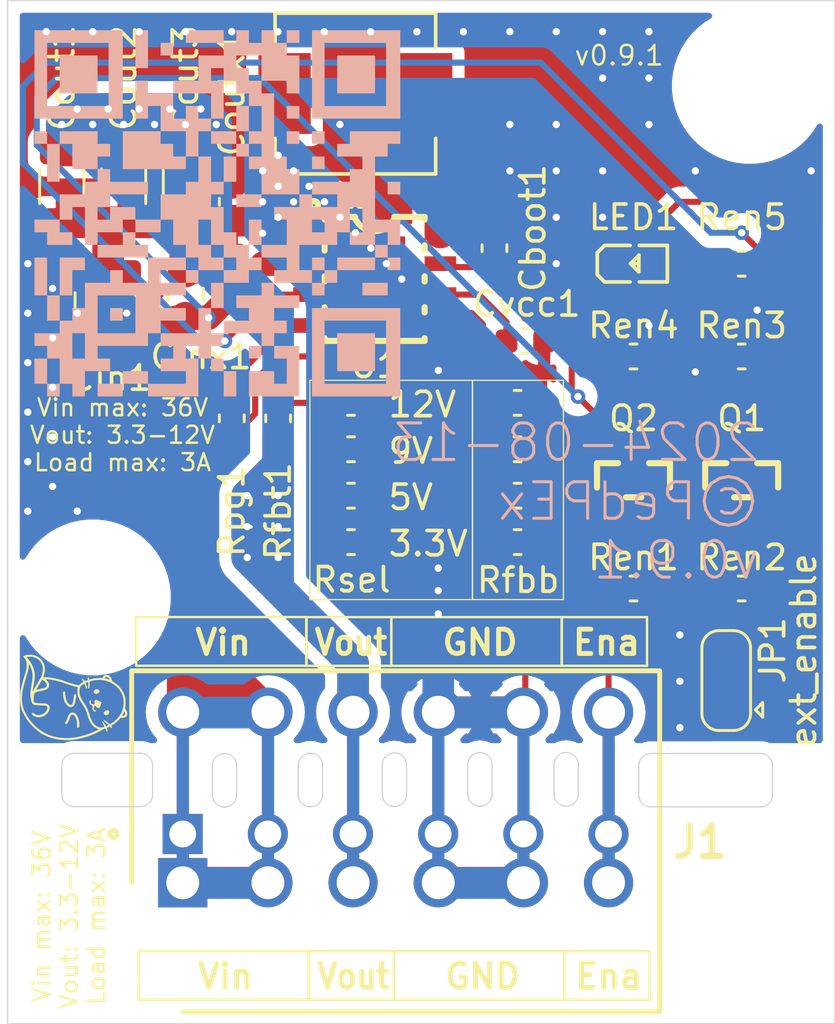
<source format=kicad_pcb>
(kicad_pcb (version 20240108) (generator "pcbnew") (generator_version "8.0")
  (title_block (date "2024-08-13") (rev "v0.9.1"))
  (layers (0 "F.Cu" signal) (31 "B.Cu" signal) (34 "B.Paste" user) (35 "F.Paste" user) (36 "B.SilkS" user "B.Silkscreen") (37 "F.SilkS" user "F.Silkscreen") (38 "B.Mask" user) (39 "F.Mask" user) (44 "Edge.Cuts" user))
  (net 0 "")
  (net 1 "Net-(U1-BOOT)")
  (net 2 "Net-(U1-SW)")
  (net 3 "GND")
  (net 4 "Vin")
  (net 5 "Net-(U1-VCC)")
  (net 6 "Net-(Rfbb_3.3V1-Pad1)")
  (net 7 "Net-(Rfbb_5V1-Pad1)")
  (net 8 "Net-(Rfbb_9V1-Pad1)")
  (net 9 "Net-(Rfbb_12V1-Pad1)")
  (net 10 "Net-(U1-FB)")
  (net 11 "Net-(U1-PG)")
  (net 12 "EN")
  (net 13 "Net-(JP1-B)")
  (net 14 "Vout")
  (net 15 "Net-(LED1-+)")
  (net 16 "Net-(Q1-Pad1)")
  (net 17 "EN_in")
  (net 18 "Net-(Q2-G)")
  (footprint "Capacitor_SMD:C_0805_2012Metric" (layer "F.Cu") (at 27.305 52.07 90)
    (property "Reference" "Cinx1")
    (property "Value" "220n" (hide yes))
  )
  (footprint "Capacitor_SMD:C_0603_1608Metric" (layer "F.Cu") (at 34.11 62.23)
    (property "Reference" "Rsel_3.3V1" (hide yes))
    (property "Value" "0" (hide yes))
  )
  (footprint "Capacitor_SMD:C_0603_1608Metric" (layer "F.Cu") (at 45.72 64.135)
    (property "Reference" "Ren1")
    (property "Value" "10k" (hide yes))
  )
  (footprint "MountingHole:MountingHole_3.2mm_M3_ISO7380" (layer "F.Cu") (at 23.5 64.5)
    (property "Reference" "REF**" (hide yes))
    (property "Value" "MountingHole_3.2mm_M3_ISO7380" (hide yes))
  )
  (footprint "Capacitor_SMD:C_0603_1608Metric" (layer "F.Cu") (at 34.11 60.325)
    (property "Reference" "Rsel_5V1" (hide yes))
    (property "Value" "0" (hide yes))
  )
  (footprint "Capacitor_SMD:C_0603_1608Metric" (layer "F.Cu") (at 50.165 54.61)
    (property "Reference" "Ren3")
    (property "Value" "100k" (hide yes))
  )
  (footprint "Jumper:SolderJumper-3_P1.3mm_Bridged12_RoundedPad1.0x1.5mm" (layer "F.Cu") (at 49.53 67.915 90)
    (property "Reference" "JP1")
    (property "Value" "ext_enable")
  )
  (footprint "Capacitor_SMD:C_0603_1608Metric" (layer "F.Cu") (at 41.275 53.975)
    (property "Reference" "Cvcc1")
    (property "Value" "1u" (hide yes))
  )
  (footprint "Capacitor_SMD:C_0603_1608Metric" (layer "F.Cu") (at 29.21 57.15 -90)
    (property "Reference" "Rpg1")
    (property "Value" "100k" (hide yes))
  )
  (footprint "MouseBites:OSHTabSlim-2mm_1" (layer "F.Cu") (at 34.195167 72)
    (property "Reference" "REF**" (hide yes))
    (property "Value" "OSHTabSlim-2mm_1" (hide yes))
  )
  (footprint "Capacitor_SMD:C_0603_1608Metric" (layer "F.Cu") (at 40.955 56.515)
    (property "Reference" "Rfbb_12V1" (hide yes))
    (property "Value" "9.09k" (hide yes))
  )
  (footprint "Capacitor_SMD:C_0603_1608Metric" (layer "F.Cu") (at 34.11 56.515)
    (property "Reference" "Rsel_12V1" (hide yes))
    (property "Value" "0" (hide yes))
  )
  (footprint "Capacitor_SMD:C_1206_3216Metric" (layer "F.Cu") (at 22.225 47.625 -90)
    (property "Reference" "Cout1")
    (property "Value" "47u" (hide yes))
  )
  (footprint "Capacitor_SMD:C_0603_1608Metric" (layer "F.Cu") (at 34.11 58.42)
    (property "Reference" "Rsel_9V1" (hide yes))
    (property "Value" "0" (hide yes))
  )
  (footprint "MouseBites:OSHTabSlim-2mm_1" (layer "F.Cu") (at 41.195167 72)
    (property "Reference" "REF**" (hide yes))
    (property "Value" "OSHTabSlim-2mm_1" (hide yes))
  )
  (footprint "MouseBites:OSHTabSlim-2mm" (layer "F.Cu") (at 52.705 72.000074 180)
    (property "Reference" "REF**" (hide yes))
    (property "Value" "OSHTabSlim-2mm" (hide yes))
  )
  (footprint "Capacitor_SMD:C_0603_1608Metric" (layer "F.Cu") (at 40.955 58.42)
    (property "Reference" "Rfbb_9V1" (hide yes))
    (property "Value" "12.4k" (hide yes))
  )
  (footprint "Capacitor_SMD:C_0603_1608Metric" (layer "F.Cu") (at 45.72 54.61)
    (property "Reference" "Ren4")
    (property "Value" "100k" (hide yes))
  )
  (footprint "Capacitor_SMD:C_0603_1608Metric" (layer "F.Cu") (at 40.955 60.325)
    (property "Reference" "Rfbb_5V1" (hide yes))
    (property "Value" "24.9k" (hide yes))
  )
  (footprint "Capacitor_SMD:C_0603_1608Metric" (layer "F.Cu") (at 50.165 64.135 180)
    (property "Reference" "Ren2")
    (property "Value" "100k" (hide yes))
  )
  (footprint "Capacitor_SMD:C_1210_3225Metric" (layer "F.Cu") (at 24.13 52.705 90)
    (property "Reference" "Cin1")
    (property "Value" "10u" (hide yes))
  )
  (footprint "Capacitor_SMD:C_0603_1608Metric" (layer "F.Cu") (at 50.165 50.8 180)
    (property "Reference" "Ren5")
    (property "Value" "2k" (hide yes))
  )
  (footprint "easyeda2kicad:SOT-23_L2.9-W1.3-P1.90-LS2.4-BR" (layer "F.Cu") (at 45.72 59.69 -90)
    (property "Reference" "Q2")
    (property "Value" "BSS84AK,215" (hide yes))
  )
  (footprint "easyeda2kicad:LED0603-RD_BLUE" (layer "F.Cu") (at 45.72 50.8)
    (property "Reference" "LED1")
    (property "Value" "LTST-C193SBKT-5A" (hide yes))
  )
  (footprint "Capacitor_SMD:C_0603_1608Metric" (layer "F.Cu") (at 31.115 57.15 90)
    (property "Reference" "Rfbt1")
    (property "Value" "100k" (hide yes))
  )
  (footprint "MouseBites:OSHTabSlim-2mm" (layer "F.Cu") (at 20.955 72.001822)
    (property "Reference" "REF**" (hide yes))
    (property "Value" "OSHTabSlim-2mm" (hide yes))
  )
  (footprint "MouseBites:OSHTabSlim-2mm_1" (layer "F.Cu") (at 44.695167 72)
    (property "Reference" "REF**" (hide yes))
    (property "Value" "OSHTabSlim-2mm_1" (hide yes))
  )
  (footprint "MountingHole:MountingHole_3.2mm_M3_ISO7380" (layer "F.Cu") (at 50.5 78.5)
    (property "Reference" "REF**" (hide yes))
    (property "Value" "MountingHole_3.2mm_M3_ISO7380" (hide yes))
  )
  (footprint "Capacitor_SMD:C_0603_1608Metric" (layer "F.Cu") (at 29.21 48.26 -90)
    (property "Reference" "Coutx1")
    (property "Value" "100n" (hide yes))
  )
  (footprint "Capacitor_SMD:C_0603_1608Metric" (layer "F.Cu") (at 40.005 50.165 -90)
    (property "Reference" "Cboot1")
    (property "Value" "100n" (hide yes))
  )
  (footprint "MouseBites:OSHTabSlim-2mm_1" (layer "F.Cu") (at 37.695167 72)
    (property "Reference" "REF**" (hide yes))
    (property "Value" "OSHTabSlim-2mm_1" (hide yes))
  )
  (footprint "MountingHole:MountingHole_3.2mm_M3_ISO7380" (layer "F.Cu") (at 50.5 43.5)
    (property "Reference" "REF**" (hide yes))
    (property "Value" "MountingHole_3.2mm_M3_ISO7380" (hide yes))
  )
  (footprint "CostumLibrary:1824460000 - LSF-SMT 3.500690 3.5SN BK TU" (layer "F.Cu") (at 27.195167 76.215)
    (property "Reference" "J1")
    (property "Value" "1824460000 - LSF-SMT 3.50/06/90 3.5SN BK TU" (hide yes))
  )
  (footprint "easyeda2kicad:ESOP-8_L4.9-W3.9-P1.27-LS6.0-TL-EP" (layer "F.Cu") (at 35.085 51.43)
    (property "Reference" "U1")
    (property "Value" "LMR33630ADDAR" (hide yes))
  )
  (footprint "Capacitor_SMD:C_1206_3216Metric" (layer "F.Cu") (at 27.305 47.625 -90)
    (property "Reference" "Cout3")
    (property "Value" "47u" (hide yes))
  )
  (footprint "MouseBites:OSHTabSlim-2mm_1" (layer "F.Cu") (at 27.195167 72)
    (property "Reference" "REF**" (hide yes))
    (property "Value" "OSHTabSlim-2mm_1" (hide yes))
  )
  (footprint "LOGO" (layer "F.Cu") (at 22.723215 68.581464)
    (property "Reference" "G***" (hide yes))
    (property "Value" "LOGO" (hide yes))
  )
  (footprint "Capacitor_SMD:C_1206_3216Metric" (layer "F.Cu") (at 24.765 47.625 -90)
    (property "Reference" "Cout2")
    (property "Value" "47u" (hide yes))
  )
  (footprint "easyeda2kicad:SOT-23_L2.9-W1.3-P1.90-LS2.4-BR" (layer "F.Cu") (at 50.165 59.69 -90)
    (property "Reference" "Q1")
    (property "Value" "PMBT3904,215" (hide yes))
  )
  (footprint "easyeda2kicad:IND-SMD_L7.1-W6.6" (layer "F.Cu") (at 34.29 43.815 180)
    (property "Reference" "L1")
    (property "Value" "SPM6530T-100M" (hide yes))
  )
  (footprint "Capacitor_SMD:C_0603_1608Metric" (layer "F.Cu") (at 40.955 62.23)
    (property "Reference" "Rfbb_3.3V1" (hide yes))
    (property "Value" "43.2k" (hide yes))
  )
  (footprint "CostumLibrary:1861975 - SPTAF 1 6-3,5-IL" (layer "F.Cu") (at 27.192307 74.213538)
    (property "Reference" "J**" (hide yes))
    (property "Value" "1861975 - SPTAF 1 6-3,5-IL" (hide yes))
  )
  (footprint "easyeda2kicad:CONN-TH_6P-P3.50_DIBO_DB127S-3.5-6P-GN" (layer "F.Cu") (at 35.946512 69.228718)
    (property "Reference" "REF**" (hide yes))
    (property "Value" "CONN-TH_6P-P3.50_DIBO_DB127S-3.5-6P-GN" (hide yes))
  )
  (footprint "MouseBites:OSHTabSlim-2mm_1" (layer "F.Cu") (at 30.695167 72)
    (property "Reference" "REF**" (hide yes))
    (property "Value" "OSHTabSlim-2mm_1" (hide yes))
  )
  (footprint "LOGO" (layer "B.Cu") (at 28.618627 48.733098 180)
    (property "Reference" "G***" (hide yes))
    (property "Value" "LOGO" (hide yes))
  )
  (gr_rect (start 32.42036 55.588098) (end 39.100569 64.590194) (stroke (width 0.05)) (fill none) (layer "F.SilkS"))
  (gr_rect (start 39.100569 55.588098) (end 42.838648 64.590194) (stroke (width 0.05)) (fill none) (layer "F.SilkS"))
  (gr_rect (start 32.372927 79.018707) (end 35.872927 81.018707) (stroke (width 0.1)) (fill none) (layer "F.SilkS"))
  (gr_rect (start 42.775167 65.31) (end 46.275167 67.31) (stroke (width 0.1)) (fill none) (layer "F.SilkS"))
  (gr_rect (start 35.765528 65.309586) (end 42.765528 67.309586) (stroke (width 0.1)) (fill none) (layer "F.SilkS"))
  (gr_rect (start 35.872447 79.019863) (end 42.872447 81.019863) (stroke (width 0.1)) (fill none) (layer "F.SilkS"))
  (gr_rect (start 25.385 79.01567) (end 32.385 81.01567) (stroke (width 0.1)) (fill none) (layer "F.SilkS"))
  (gr_rect (start 42.877521 79.018706) (end 46.377521 81.018706) (stroke (width 0.1)) (fill none) (layer "F.SilkS"))
  (gr_rect (start 32.270573 65.310001) (end 35.770573 67.310001) (stroke (width 0.1)) (fill none) (layer "F.SilkS"))
  (gr_rect (start 25.282646 65.306964) (end 32.282646 67.306964) (stroke (width 0.1)) (fill none) (layer "F.SilkS"))
  (gr_line (start 39.906942 71.3739) (end 39.906942 72.5739) (stroke (width 0.05)) (layer "Edge.Cuts"))
  (gr_line (start 51.435 71.400761) (end 51.435 72.600761) (stroke (width 0.05)) (layer "Edge.Cuts"))
  (gr_line (start 38.906942 72.5739) (end 38.906942 71.3739) (stroke (width 0.05)) (layer "Edge.Cuts"))
  (gr_arc (start 32.940862 72.599185) (mid 32.440862 73.099185) (end 31.940862 72.599185) (stroke (width 0.05)) (layer "Edge.Cuts"))
  (gr_arc (start 22.225 71.401135) (mid 22.371473 71.047645) (end 22.725 70.901262) (stroke (width 0.05)) (layer "Edge.Cuts"))
  (gr_line (start 31.940862 72.599185) (end 31.940862 71.399185) (stroke (width 0.05)) (layer "Edge.Cuts"))
  (gr_line (start 46.433725 70.909683) (end 50.935 70.909683) (stroke (width 0.05)) (layer "Edge.Cuts"))
  (gr_line (start 22.225 72.601135) (end 22.225 71.401135) (stroke (width 0.05)) (layer "Edge.Cuts"))
  (gr_line (start 45.933725 72.609556) (end 45.933725 71.409556) (stroke (width 0.05)) (layer "Edge.Cuts"))
  (gr_arc (start 38.906942 71.3739) (mid 39.406942 70.8739) (end 39.906942 71.3739) (stroke (width 0.05)) (layer "Edge.Cuts"))
  (gr_line (start 42.451818 72.570555) (end 42.451818 71.370555) (stroke (width 0.05)) (layer "Edge.Cuts"))
  (gr_line (start 32.940862 71.399185) (end 32.940862 72.599185) (stroke (width 0.05)) (layer "Edge.Cuts"))
  (gr_arc (start 50.935 70.909683) (mid 51.286704 71.05167) (end 51.435 71.400761) (stroke (width 0.05)) (layer "Edge.Cuts"))
  (gr_arc (start 36.392296 72.586543) (mid 35.892296 73.086543) (end 35.392296 72.586543) (stroke (width 0.05)) (layer "Edge.Cuts"))
  (gr_line (start 46.433725 73.100634) (end 50.935 73.100634) (stroke (width 0.05)) (layer "Edge.Cuts"))
  (gr_line (start 29.413572 71.411828) (end 29.413572 72.611828) (stroke (width 0.05)) (layer "Edge.Cuts"))
  (gr_arc (start 45.933725 71.409556) (mid 46.080199 71.056068) (end 46.433725 70.909683) (stroke (width 0.05)) (layer "Edge.Cuts"))
  (gr_arc (start 42.451818 71.370555) (mid 42.951818 70.870555) (end 43.451818 71.370555) (stroke (width 0.05)) (layer "Edge.Cuts"))
  (gr_arc (start 29.413572 72.611828) (mid 28.913572 73.111828) (end 28.413572 72.611828) (stroke (width 0.05)) (layer "Edge.Cuts"))
  (gr_line (start 28.413572 72.611828) (end 28.413572 71.411828) (stroke (width 0.05)) (layer "Edge.Cuts"))
  (gr_arc (start 25.954033 72.59234) (mid 25.80756 72.94583) (end 25.454033 73.092213) (stroke (width 0.05)) (layer "Edge.Cuts"))
  (gr_line (start 25.954033 71.39234) (end 25.954033 72.59234) (stroke (width 0.05)) (layer "Edge.Cuts"))
  (gr_arc (start 51.435 72.600761) (mid 51.288526 72.954247) (end 50.935 73.100634) (stroke (width 0.05)) (layer "Edge.Cuts"))
  (gr_line (start 43.451818 71.370555) (end 43.451818 72.570555) (stroke (width 0.05)) (layer "Edge.Cuts"))
  (gr_arc (start 31.940862 71.399185) (mid 32.440862 70.899185) (end 32.940862 71.399185) (stroke (width 0.05)) (layer "Edge.Cuts"))
  (gr_arc (start 43.451818 72.570555) (mid 42.951818 73.070555) (end 42.451818 72.570555) (stroke (width 0.05)) (layer "Edge.Cuts"))
  (gr_arc (start 22.725 73.092213) (mid 22.373294 72.950227) (end 22.225 72.601135) (stroke (width 0.05)) (layer "Edge.Cuts"))
  (gr_line (start 36.392296 71.386543) (end 36.392296 72.586543) (stroke (width 0.05)) (layer "Edge.Cuts"))
  (gr_line (start 25.454033 70.901262) (end 22.725 70.901262) (stroke (width 0.05)) (layer "Edge.Cuts"))
  (gr_line (start 35.392296 72.586543) (end 35.392296 71.386543) (stroke (width 0.05)) (layer "Edge.Cuts"))
  (gr_arc (start 46.433725 73.100634) (mid 46.082019 72.958646) (end 45.933725 72.609556) (stroke (width 0.05)) (layer "Edge.Cuts"))
  (gr_arc (start 35.392296 71.386543) (mid 35.892296 70.886543) (end 36.392296 71.386543) (stroke (width 0.05)) (layer "Edge.Cuts"))
  (gr_arc (start 25.454033 70.901262) (mid 25.805739 71.043248) (end 25.954033 71.39234) (stroke (width 0.05)) (layer "Edge.Cuts"))
  (gr_arc (start 39.906942 72.5739) (mid 39.406942 73.0739) (end 38.906942 72.5739) (stroke (width 0.05)) (layer "Edge.Cuts"))
  (gr_line (start 25.454033 73.092213) (end 22.725 73.092213) (stroke (width 0.05)) (layer "Edge.Cuts"))
  (gr_rect (start 20 40) (end 54 82) (stroke (width 0.05)) (fill none) (layer "Edge.Cuts"))
  (gr_arc (start 28.413572 71.411828) (mid 28.913572 70.911828) (end 29.413572 71.411828) (stroke (width 0.05)) (layer "Edge.Cuts"))
  (gr_text "${ISSUE_DATE}\n©PedPEx\n${REVISION}" (at 50.988 57.272 0) (layer "B.SilkS") (effects (font (size 1.5 1.5) (thickness 0.125)) (justify left top mirror)))
  (gr_text "GND" (at 39.413048 66.936294 0) (layer "F.SilkS") (effects (font (size 1 1) (thickness 0.2) (bold yes)) (justify bottom)))
  (gr_text "Rsel" (at 34.13265 64.363149 0) (layer "F.SilkS") (effects (font (size 1 1)) (justify bottom)))
  (gr_text "${REVISION}" (at 43.234196 41.786274 0) (layer "F.SilkS") (effects (font (size 0.8 0.8) (thickness 0.1)) (justify left top)))
  (gr_text "Vin max: 36V\nVout: 3.3-12V\nLoad max: 3A" (at 24.064 77.592 90) (layer "F.SilkS") (effects (font (size 0.7 0.7) (thickness 0.1)) (justify bottom)))
  (gr_text "5V" (at 35.562386 60.978381 0) (layer "F.SilkS") (effects (font (size 1 1)) (justify left bottom)))
  (gr_text "Ena" (at 44.609163 66.936294 0) (layer "F.SilkS") (effects (font (size 1 1) (thickness 0.2) (bold yes)) (justify bottom)))
  (gr_text "Vout" (at 34.210167 80.645 0) (layer "F.SilkS") (effects (font (size 1 0.9) (thickness 0.2) (bold yes)) (justify bottom)))
  (gr_text "Ena" (at 44.711517 80.645 0) (layer "F.SilkS") (effects (font (size 1 1) (thickness 0.2) (bold yes)) (justify bottom)))
  (gr_text "Rfbb" (at 40.980284 64.377876 0) (layer "F.SilkS") (effects (font (size 1 1)) (justify bottom)))
  (gr_text "GND" (at 39.515402 80.645 0) (layer "F.SilkS") (effects (font (size 1 1) (thickness 0.2) (bold yes)) (justify bottom)))
  (gr_text "3.3V" (at 35.562386 62.883381 0) (layer "F.SilkS") (effects (font (size 1 1)) (justify left bottom)))
  (gr_text "9V" (at 35.562386 59.073381 0) (layer "F.SilkS") (effects (font (size 1 1)) (justify left bottom)))
  (gr_text "Vin" (at 28.958617 80.645 0) (layer "F.SilkS") (effects (font (size 1 1) (thickness 0.2) (bold yes)) (justify bottom)))
  (gr_text "12V" (at 35.562386 57.168381 0) (layer "F.SilkS") (effects (font (size 1 1)) (justify left bottom)))
  (gr_text "Vout" (at 34.107813 66.936294 0) (layer "F.SilkS") (effects (font (size 1 0.9) (thickness 0.2) (bold yes)) (justify bottom)))
  (gr_text "Vin" (at 28.856263 66.936294 0) (layer "F.SilkS") (effects (font (size 1 1) (thickness 0.2) (bold yes)) (justify bottom)))
  (gr_text "Vin max: 36V\nVout: 3.3-12V\nLoad max: 3A" (at 24.719843 59.36847 0) (layer "F.SilkS") (effects (font (size 0.7 0.7) (thickness 0.1)) (justify bottom)))
  (segment (start 40.005 50.94) (end 37.925 50.94) (width 0.25) (layer "F.Cu") (net 1))
  (segment (start 37.925 50.94) (end 37.785 50.8) (width 0.25) (layer "F.Cu") (net 1))
  (segment (start 37.2 43.815) (end 37.2 46.725) (width 1.3) (layer "F.Cu") (net 2))
  (segment (start 37.2 46.725) (end 37.785 47.31) (width 1.3) (layer "F.Cu") (net 2))
  (segment (start 40.005 49.39) (end 37.915 49.39) (width 0.25) (layer "F.Cu") (net 2))
  (segment (start 37.785 47.31) (end 37.785 49.52) (width 1.3) (layer "F.Cu") (net 2))
  (segment (start 37.915 49.39) (end 37.785 49.52) (width 0.25) (layer "F.Cu") (net 2))
  (segment (start 42.05 53.975) (end 42.05 56.195) (width 0.25) (layer "F.Cu") (net 3))
  (segment (start 29.21 49.035) (end 28.575 49.035) (width 1.3) (layer "F.Cu") (net 3))
  (segment (start 35.56 41.275) (end 39.025 41.275) (width 0.25) (layer "F.Cu") (net 3))
  (segment (start 45.997016 65.047016) (end 45.72 64.77) (width 0.25) (layer "F.Cu") (net 3))
  (segment (start 34.29 49.475) (end 33.85 49.035) (width 1.3) (layer "F.Cu") (net 3))
  (segment (start 41.73 62.23) (end 41.73 64.95) (width 0.25) (layer "F.Cu") (net 3))
  (segment (start 34.925 41.91) (end 35.56 41.275) (width 0.25) (layer "F.Cu") (net 3))
  (segment (start 41.73 58.42) (end 41.73 59.69) (width 0.25) (layer "F.Cu") (net 3))
  (segment (start 43.942 59.69) (end 43.307 60.325) (width 0.25) (layer "F.Cu") (net 3))
  (segment (start 39.025 41.275) (end 44.92 47.17) (width 0.25) (layer "F.Cu") (net 3))
  (segment (start 50.94 64.135) (end 50.027984 65.047016) (width 0.25) (layer "F.Cu") (net 3))
  (segment (start 37.695167 69.215) (end 37.695167 76.215) (width 0.5) (layer "F.Cu") (net 3))
  (segment (start 46.934605 58.999606) (end 46.244211 59.69) (width 0.25) (layer "F.Cu") (net 3))
  (segment (start 43.986437 53.820598) (end 43.986437 55.396711) (width 0.25) (layer "F.Cu") (net 3))
  (segment (start 43.588016 63.091984) (end 41.73 64.95) (width 0.25) (layer "F.Cu") (net 3))
  (segment (start 46.244211 59.69) (end 43.942 59.69) (width 0.25) (layer "F.Cu") (net 3))
  (segment (start 22.225 49.1) (end 24.765 49.1) (width 1.3) (layer "F.Cu") (net 3))
  (segment (start 44.92 47.17) (end 44.92 50.8) (width 0.25) (layer "F.Cu") (net 3))
  (segment (start 34.925 48.26) (end 34.925 41.91) (width 0.25) (layer "F.Cu") (net 3))
  (segment (start 35.085 48.42) (end 34.925 48.26) (width 0.25) (layer "F.Cu") (net 3))
  (segment (start 29.21 49.035) (end 33.85 49.035) (width 1.3) (layer "F.Cu") (net 3))
  (segment (start 45.739546 56.534546) (end 46.934605 57.729605) (width 0.25) (layer "F.Cu") (net 3))
  (segment (start 41.195167 69.215) (end 41.195167 76.215) (width 0.5) (layer "F.Cu") (net 3))
  (segment (start 45.275749 53.390749) (end 44.416286 53.390749) (width 0.25) (layer "F.Cu") (net 3))
  (segment (start 24.13 49.735) (end 24.765 49.1) (width 1.3) (layer "F.Cu") (net 3))
  (segment (start 42.05 56.195) (end 41.73 56.515) (width 0.5) (layer "F.Cu") (net 3))
  (segment (start 35.085 51.43) (end 35.085 50.27) (width 1.3) (layer "F.Cu") (net 3))
  (segment (start 42.05 51.93) (end 42.05 53.975) (width 0.25) (layer "F.Cu") (net 3))
  (segment (start 24.13 51.23) (end 24.13 49.735) (width 1.3) (layer "F.Cu") (net 3))
  (segment (start 46.934605 57.729605) (end 46.934605 58.999606) (width 0.25) (layer "F.Cu") (net 3))
  (segment (start 44.92 50.8) (end 43.18 50.8) (width 0.25) (layer "F.Cu") (net 3))
  (segment (start 35.085 51.43) (end 35.085 48.42) (width 0.25) (layer "F.Cu") (net 3))
  (segment (start 45.72 64.77) (end 45.72 63.650948) (width 0.25) (layer "F.Cu") (net 3))
  (segment (start 41.73 64.95) (end 41.275 65.405) (width 0.25) (layer "F.Cu") (net 3))
  (segment (start 27.305 51.12) (end 27.305 49.1) (width 1.3) (layer "F.Cu") (net 3))
  (segment (start 46.495 54.61) (end 45.275749 53.390749) (width 0.25) (layer "F.Cu") (net 3))
  (segment (start 45.161036 63.091984) (end 43.588016 63.091984) (width 0.25) (layer "F.Cu") (net 3))
  (segment (start 41.275 69.135167) (end 41.195167 69.215) (width 0.25) (layer "F.Cu") (net 3))
  (segment (start 41.195167 69.215) (end 37.695167 69.215) (width 1.3) (layer "F.Cu") (net 3))
  (segment (start 41.275 65.405) (end 41.275 69.135167) (width 0.25) (layer "F.Cu") (net 3))
  (segment (start 50.94 64.135) (end 50.94 61.015) (width 0.25) (layer "F.Cu") (net 3))
  (segment (start 43.986437 55.396711) (end 45.124272 56.534546) (width 0.25) (layer "F.Cu") (net 3))
  (segment (start 41.73 60.325) (end 41.73 62.23) (width 0.25) (layer "F.Cu") (net 3))
  (segment (start 37.695167 76.215) (end 41.195167 76.215) (width 1.3) (layer "F.Cu") (net 3))
  (segment (start 43.307 60.325) (end 41.73 60.325) (width 0.25) (layer "F.Cu") (net 3))
  (segment (start 41.73 59.69) (end 41.73 60.325) (width 0.25) (layer "F.Cu") (net 3))
  (segment (start 43.18 50.8) (end 42.05 51.93) (width 0.25) (layer "F.Cu") (net 3))
  (segment (start 27.37 49.035) (end 27.305 49.1) (width 1.3) (layer "F.Cu") (net 3))
  (segment (start 28.575 49.035) (end 27.37 49.035) (width 1.3) (layer "F.Cu") (net 3))
  (segment (start 41.73 56.515) (end 41.73 58.42) (width 0.25) (layer "F.Cu") (net 3))
  (segment (start 34.29 49.53) (end 34.29 49.475) (width 1.3) (layer "F.Cu") (net 3))
  (segment (start 44.416286 53.390749) (end 43.986437 53.820598) (width 0.25) (layer "F.Cu") (net 3))
  (segment (start 35.085 50.27) (end 34.345 49.53) (width 1.3) (layer "F.Cu") (net 3))
  (segment (start 50.94 61.015) (end 51.115 60.84) (width 0.5) (layer "F.Cu") (net 3))
  (segment (start 45.72 63.650948) (end 45.161036 63.091984) (width 0.25) (layer "F.Cu") (net 3))
  (segment (start 34.345 49.53) (end 34.29 49.53) (width 1.3) (layer "F.Cu") (net 3))
  (segment (start 45.124272 56.534546) (end 45.739546 56.534546) (width 0.25) (layer "F.Cu") (net 3))
  (segment (start 50.027984 65.047016) (end 45.997016 65.047016) (width 0.25) (layer "F.Cu") (net 3))
  (segment (start 27.305 49.1) (end 24.765 49.1) (width 1.3) (layer "F.Cu") (net 3))
  (via (at 20.828 52.832) (size 0.6) (drill 0.3) (layers "F.Cu" "B.Cu") (net 3))
  (via (at 21.844 59.944) (size 0.6) (drill 0.3) (layers "F.Cu" "B.Cu") (net 3))
  (via (at 40.64 45.085) (size 0.6) (drill 0.3) (layers "F.Cu" "B.Cu") (net 3))
  (via (at 38.727611 41.278945) (size 0.6) (drill 0.3) (layers "F.Cu" "B.Cu") (net 3))
  (via (at 42.545 50.8) (size 0.6) (drill 0.3) (layers "F.Cu" "B.Cu") (net 3))
  (via (at 31.108149 41.278945) (size 0.6) (drill 0.3) (layers "F.Cu" "B.Cu") (net 3))
  (via (at 42.545 46.99) (size 0.6) (drill 0.3) (layers "F.Cu" "B.Cu") (net 3))
  (via (at 20.828 50.8) (size 0.6) (drill 0.3) (layers "F.Cu" "B.Cu") (net 3))
  (via (at 44.45 46.99) (size 0.6) (drill 0.3) (layers "F.Cu" "B.Cu") (net 3))
  (via (at 32.385 47.625) (size 0.6) (drill 0.3) (layers "F.Cu" "B.Cu") (net 3))
  (via (at 25.4 41.275) (size 0.6) (drill 0.3) (layers "F.Cu" "B.Cu") (net 3))
  (via (at 36.818576 41.278945) (size 0.6) (drill 0.3) (layers "F.Cu" "B.Cu") (net 3))
  (via (at 33.655 45.085) (size 0.6) (drill 0.3) (layers "F.Cu" "B.Cu") (net 3))
  (via (at 50.8 52.705) (size 0.6) (drill 0.3) (layers "F.Cu" "B.Cu") (net 3))
  (via (at 31.75 48.26) (size 0.6) (drill 0.3) (layers "F.Cu" "B.Cu") (net 3))
  (via (at 42.545 41.275) (size 0.6) (drill 0.3) (layers "F.Cu" "B.Cu") (net 3))
  (via (at 21.844 53.848) (size 0.6) (drill 0.3) (layers "F.Cu" "B.Cu") (net 3))
  (via (at 31.115 46.355) (size 0.6) (drill 0.3) (layers "F.Cu" "B.Cu") (net 3))
  (via (at 40.64 46.99) (size 0.6) (drill 0.3) (layers "F.Cu" "B.Cu") (net 3))
  (via (at 20.828 54.864) (size 0.6) (drill 0.3) (layers "F.Cu" "B.Cu") (net 3))
  (via (at 37.695167 64.224753) (size 0.6) (drill 0.3) (layers "F.Cu" "B.Cu") (net 3))
  (via (at 40.64 41.275) (size 0.6) (drill 0.3) (layers "F.Cu" "B.Cu") (net 3))
  (via (at 48.26 46.99) (size 0.6) (drill 0.3) (layers "F.Cu" "B.Cu") (net 3))
  (via (at 44.45 48.895) (size 0.6) (drill 0.3) (layers "F.Cu" "B.Cu") (net 3))
  (via (at 46.355 41.275) (size 0.6) (drill 0.3) (layers "F.Cu" "B.Cu") (net 3))
  (via (at 33.02 48.26) (size 0.6) (drill 0.3) (layers "F.Cu" "B.Cu") (net 3))
  (via (at 53.02 46.99) (size 0.6) (drill 0.3) (layers "F.Cu" "B.Cu") (net 3))
  (via (at 48.26 55.245) (size 0.6) (drill 0.3) (layers "F.Cu" "B.Cu") (net 3))
  (via (at 22.86 60.96) (size 0.6) (drill 0.3) (layers "F.Cu" "B.Cu") (net 3))
  (via (at 46.355 43.18) (size 0.6) (drill 0.3) (layers "F.Cu" "B.Cu") (net 3))
  (via (at 47.625 69.85) (size 0.6) (drill 0.3) (layers "F.Cu" "B.Cu") (net 3))
  (via (at 35.56 50.8) (size 0.6) (drill 0.3) (layers "F.Cu" "B.Cu") (net 3))
  (via (at 31.75 46.99) (size 0.6) (drill 0.3) (layers "F.Cu" "B.Cu") (net 3))
  (via (at 23.495 41.275) (size 0.6) (drill 0.3) (layers "F.Cu" "B.Cu") (net 3))
  (via (at 30.477489 49.549726) (size 0.6) (drill 0.3) (layers "F.Cu" "B.Cu") (net 3))
  (via (at 37.695167 63.300856) (size 0.6) (drill 0.3) (layers "F.Cu" "B.Cu") (net 3))
  (via (at 34.925 50.165) (size 0.6) (drill 0.3) (layers "F.Cu" "B.Cu") (net 3))
  (via (at 34.913576 41.278945) (size 0.6) (drill 0.3) (layers "F.Cu" "B.Cu") (net 3))
  (via (at 21.844 57.912) (size 0.6) (drill 0.3) (layers "F.Cu" "B.Cu") (net 3))
  (via (at 24.892 52.832) (size 0.6) (drill 0.3) (layers "F.Cu" "B.Cu") (net 3))
  (via (at 20.828 58.928) (size 0.6) (drill 0.3) (layers "F.Cu" "B.Cu") (net 3))
  (via (at 36.195 51.435) (size 0.6) (drill 0.3) (layers "F.Cu" "B.Cu") (net 3))
  (via (at 21.59 41.275) (size 0.6) (drill 0.3) (layers "F.Cu" "B.Cu") (net 3))
  (via (at 42.545 45.085) (size 0.6) (drill 0.3) (layers "F.Cu" "B.Cu") (net 3))
  (via (at 44.45 43.18) (size 0.6) (drill 0.3) (layers "F.Cu" "B.Cu") (net 3))
  (via (at 21.844 51.816) (size 0.6) (drill 0.3) (layers "F.Cu" "B.Cu") (net 3))
  (via (at 47.625 67.945) (size 0.6) (drill 0.3) (layers "F.Cu" "B.Cu") (net 3))
  (via (at 30.48 46.99) (size 0.6) (drill 0.3) (layers "F.Cu" "B.Cu") (net 3))
  (via (at 31.115 48.895) (size 0.6) (drill 0.3) (layers "F.Cu" "B.Cu") (net 3))
  (via (at 20.828 56.896) (size 0.6) (drill 0.3) (layers "F.Cu" "B.Cu") (net 3))
  (via (at 46.355 53.34) (size 0.6) (drill 0.3) (layers "F.Cu" "B.Cu") (net 3))
  (via (at 42.545 48.895) (size 0.6) (drill 0.3) (layers "F.Cu" "B.Cu") (net 3))
  (via (at 44.45 41.275) (size 0.6) (drill 0.3) (layers "F.Cu" "B.Cu") (net 3))
  (via (at 27.305 41.275) (size 0.6) (drill 0.3) (layers "F.Cu" "B.Cu") (net 3))
  (via (at 30.48 48.26) (size 0.6) (drill 0.3) (layers "F.Cu" "B.Cu") (net 3))
  (via (at 37.701757 55.184611) (size 0.6) (drill 0.3) (layers "F.Cu" "B.Cu") (net 3))
  (via (at 22.86 52.832) (size 0.6) (drill 0.3) (layers "F.Cu" "B.Cu") (net 3))
  (via (at 33.655 48.895) (size 0.6) (drill 0.3) (layers "F.Cu" "B.Cu") (net 3))
  (via (at 29.21 41.275) (size 0.6) (drill 0.3) (layers "F.Cu" "B.Cu") (net 3))
  (via (at 33.013149 41.278945) (size 0.6) (drill 0.3) (layers "F.Cu" "B.Cu") (net 3))
  (via (at 34.29 49.53) (size 0.6) (drill 0.3) (layers "F.Cu" "B.Cu") (net 3))
  (via (at 37.695167 65.180391) (size 0.6) (drill 0.3) (layers "F.Cu" "B.Cu") (net 3))
  (via (at 21.844 55.88) (size 0.6) (drill 0.3) (layers "F.Cu" "B.Cu") (net 3))
  (via (at 31.115 47.625) (size 0.6) (drill 0.3) (layers "F.Cu" "B.Cu") (net 3))
  (via (at 20.828 60.96) (size 0.6) (drill 0.3) (layers "F.Cu" "B.Cu") (net 3))
  (via (at 47.625 66.04) (size 0.6) (drill 0.3) (layers "F.Cu" "B.Cu") (net 3))
  (via (at 46.355 45.085) (size 0.6) (drill 0.3) (layers "F.Cu" "B.Cu") (net 3))
  (segment (start 34.925 50.165) (end 34.653677 49.893677) (width 1.3) (layer "B.Cu") (net 3))
  (segment (start 33.02 48.26) (end 31.75 48.26) (width 1.3) (layer "B.Cu") (net 3))
  (segment (start 36.195 51.435) (end 35.92426 51.16426) (width 1.3) (layer "B.Cu") (net 3))
  (segment (start 33.703328 49.024295) (end 34.57271 49.893677) (width 1.3) (layer "B.Cu") (net 3))
  (segment (start 37.695167 52.935167) (end 36.195 51.435) (width 1.3) (layer "B.Cu") (net 3))
  (segment (start 37.695167 63.300856) (end 37.695167 64.219553) (width 1.3) (layer "B.Cu") (net 3))
  (segment (start 37.695167 55.191201) (end 37.701757 55.184611) (width 1.3) (layer "B.Cu") (net 3))
  (segment (start 35.92426 51.16426) (end 35.881221 51.16426) (width 1.3) (layer "B.Cu") (net 3))
  (segment (start 37.695167 65.202449) (end 37.684138 65.19142) (width 1.3) (layer "B.Cu") (net 3))
  (segment (start 35.56 50.8) (end 35.279486 50.519486) (width 1.3) (layer "B.Cu") (net 3))
  (segment (start 33.655 48.895) (end 33.02 48.26) (width 1.3) (layer "B.Cu") (net 3))
  (segment (start 35.217483 50.457483) (end 34.925 50.165) (width 1.3) (layer "B.Cu") (net 3))
  (segment (start 41.200124 69.233381) (end 41.200124 76.233381) (width 0.5) (layer "B.Cu") (net 3))
  (segment (start 35.881221 51.16426) (end 35.881221 51.121221) (width 1.3) (layer "B.Cu") (net 3))
  (segment (start 37.692567 64.222153) (end 37.695167 64.224753) (width 1.3) (layer "B.Cu") (net 3))
  (segment (start 37.695167 65.180391) (end 37.695167 64.224753) (width 1.3) (layer "B.Cu") (net 3))
  (segment (start 37.701757 55.184611) (end 37.695167 55.178021) (width 1.3) (layer "B.Cu") (net 3))
  (segment (start 33.703328 49.024295) (end 33.655 48.895) (width 1.3) (layer "B.Cu") (net 3))
  (segment (start 31.75 48.26) (end 31.75 49.024295) (width 1.3) (layer "B.Cu") (net 3))
  (segment (start 37.695167 69.215) (end 37.695167 65.202449) (width 1.3) (layer "B.Cu") (net 3))
  (segment (start 35.881221 51.121221) (end 35.56 50.8) (width 1.3) (layer "B.Cu") (net 3))
  (segment (start 37.695167 55.178021) (end 37.695167 52.935167) (width 1.3) (layer "B.Cu") (net 3))
  (segment (start 35.217483 50.519486) (end 35.217483 50.457483) (width 1.3) (layer "B.Cu") (net 3))
  (segment (start 34.653677 49.893677) (end 34.57271 49.893677) (width 1.3) (layer "B.Cu") (net 3))
  (segment (start 41.218024 69.228871) (end 37.718024 69.228871) (width 1.3) (layer "B.Cu") (net 3))
  (segment (start 37.684138 65.19142) (end 37.695167 65.180391) (width 1.3) (layer "B.Cu") (net 3))
  (segment (start 37.695167 64.219553) (end 37.692567 64.222153) (width 1.3) (layer "B.Cu") (net 3))
  (segment (start 37.700124 69.233381) (end 37.700124 76.233381) (width 0.5) (layer "B.Cu") (net 3))
  (segment (start 35.279486 50.519486) (end 35.217483 50.519486) (width 1.3) (layer "B.Cu") (net 3))
  (segment (start 37.695167 63.300856) (end 37.695167 55.191201) (width 1.3) (layer "B.Cu") (net 3))
  (segment (start 37.718024 76.228871) (end 41.218024 76.228871) (width 1.3) (layer "B.Cu") (net 3))
  (segment (start 43.18 52.705) (end 43.815 52.07) (width 0.25) (layer "F.Cu") (net 4))
  (segment (start 53.34 50.165) (end 51.435 48.26) (width 0.25) (layer "F.Cu") (net 4))
  (segment (start 27.195167 76.215) (end 30.695167 76.215) (width 1.3) (layer "F.Cu") (net 4))
  (segment (start 27.541757 67.099089) (end 28.946512 68.503844) (width 1.5) (layer "F.Cu") (net 4))
  (segment (start 28.155167 66.675) (end 30.695167 69.215) (width 1.3) (layer "F.Cu") (net 4))
  (segment (start 24.13 59.347484) (end 24.13 54.18) (width 1.3) (layer "F.Cu") (net 4))
  (segment (start 27.305 53.02) (end 26.145 54.18) (width 1.3) (layer "F.Cu") (net 4))
  (segment (start 28.26 53.02) (end 27.305 53.02) (width 1) (layer "F.Cu") (net 4))
  (segment (start 46.85 52.07) (end 45.085 52.07) (width 0.25) (layer "F.Cu") (net 4))
  (segment (start 27.541757 62.759241) (end 24.13 59.347484) (width 1.3) (layer "F.Cu") (net 4))
  (segment (start 31.005 50.8) (end 32.385 50.8) (width 0.75) (layer "F.Cu") (net 4))
  (segment (start 27.195167 69.215) (end 30.695167 69.215) (width 1.3) (layer "F.Cu") (net 4))
  (segment (start 26.145 54.18) (end 24.13 54.18) (width 1.3) (layer "F.Cu") (net 4))
  (segment (start 51.435 48.26) (end 47.61 48.26) (width 0.25) (layer "F.Cu") (net 4))
  (segment (start 43.4375 56.2575) (end 43.18 56) (width 0.25) (layer "F.Cu") (net 4))
  (segment (start 27.195167 69.215) (end 27.195167 76.215) (width 0.5) (layer "F.Cu") (net 4))
  (segment (start 45.72 51.435) (end 45.085 52.07) (width 0.25) (layer "F.Cu") (net 4))
  (segment (start 49.53 69.215) (end 51.435 69.215) (width 0.25) (layer "F.Cu") (net 4))
  (segment (start 45.72 50.15) (end 45.72 51.435) (width 0.25) (layer "F.Cu") (net 4))
  (segment (start 30.695167 69.215) (end 30.695167 76.215) (width 0.5) (layer "F.Cu") (net 4))
  (segment (start 43.18 56) (end 43.18 52.705) (width 0.25) (layer "F.Cu") (net 4))
  (segment (start 51.435 69.215) (end 53.34 67.31) (width 0.25) (layer "F.Cu") (net 4))
  (segment (start 43.815 52.07) (end 45.085 52.07) (width 0.25) (layer "F.Cu") (net 4))
  (segment (start 27.541757 66.675) (end 27.541757 62.759241) (width 1.3) (layer "F.Cu") (net 4))
  (segment (start 27.195167 69.215) (end 27.195167 67.02159) (width 1.3) (layer "F.Cu") (net 4))
  (segment (start 30.48 50.8) (end 31.005 50.8) (width 1) (layer "F.Cu") (net 4))
  (segment (start 27.541757 66.675) (end 27.541757 67.099089) (width 1.3) (layer "F.Cu") (net 4))
  (segment (start 27.195167 67.02159) (end 27.541757 66.675) (width 1.3) (layer "F.Cu") (net 4))
  (segment (start 53.34 67.31) (end 53.34 50.165) (width 0.25) (layer "F.Cu") (net 4))
  (segment (start 27.541757 66.675) (end 28.155167 66.675) (width 1.3) (layer "F.Cu") (net 4))
  (segment (start 43.4375 56.2575) (end 45.72 58.54) (width 0.25) (layer "F.Cu") (net 4))
  (segment (start 47.61 48.26) (end 45.72 50.15) (width 0.25) (layer "F.Cu") (net 4))
  (segment (start 28.26 53.02) (end 30.48 50.8) (width 1) (layer "F.Cu") (net 4))
  (segment (start 49.39 54.61) (end 46.85 52.07) (width 0.25) (layer "F.Cu") (net 4))
  (via (at 28.26 53.02) (size 0.6) (drill 0.3) (layers "F.Cu" "B.Cu") (net 4))
  (via (at 43.4375 56.2575) (size 0.6) (drill 0.3) (layers "F.Cu" "B.Cu") (net 4))
  (segment (start 21.198078 43.993431) (end 22.011509 43.18) (width 0.25) (layer "B.Cu") (net 4))
  (segment (start 28.26 53.02) (end 28.26 52.993976) (width 0.25) (layer "B.Cu") (net 4))
  (segment (start 21.198078 45.932054) (end 21.198078 43.993431) (width 0.25) (layer "B.Cu") (net 4))
  (segment (start 30.36 43.18) (end 43.4375 56.2575) (width 0.25) (layer "B.Cu") (net 4))
  (segment (start 27.218024 76.228871) (end 30.718024 76.228871) (width 1.3) (layer "B.Cu") (net 4))
  (segment (start 22.011509 43.18) (end 30.36 43.18) (width 0.25) (layer "B.Cu") (net 4))
  (segment (start 28.26 52.993976) (end 21.198078 45.932054) (width 0.25) (layer "B.Cu") (net 4))
  (segment (start 27.218024 69.228871) (end 30.718024 69.228871) (width 1.3) (layer "B.Cu") (net 4))
  (segment (start 30.700124 69.233381) (end 30.700124 76.233381) (width 0.5) (layer "B.Cu") (net 4))
  (segment (start 27.200124 69.233381) (end 27.200124 76.233381) (width 0.5) (layer "B.Cu") (net 4))
  (segment (start 31.146023 54.61) (end 30.169649 55.586374) (width 0.25) (layer "F.Cu") (net 5))
  (segment (start 36.81 52.715) (end 36.81 53.36) (width 0.25) (layer "F.Cu") (net 5))
  (segment (start 37.465 52.705) (end 37.455 52.715) (width 0.25) (layer "F.Cu") (net 5))
  (segment (start 32.715 54.61) (end 31.146023 54.61) (width 0.25) (layer "F.Cu") (net 5))
  (segment (start 36.665 53.505) (end 33.82 53.505) (width 0.25) (layer "F.Cu") (net 5))
  (segment (start 37.465 52.39) (end 37.465 52.705) (width 0.25) (layer "F.Cu") (net 5))
  (segment (start 36.81 53.36) (end 36.665 53.505) (width 0.25) (layer "F.Cu") (net 5))
  (segment (start 37.785 52.07) (end 39.37 52.07) (width 0.25) (layer "F.Cu") (net 5))
  (segment (start 37.785 52.07) (end 37.465 52.39) (width 0.25) (layer "F.Cu") (net 5))
  (segment (start 37.455 52.715) (end 36.81 52.715) (width 0.25) (layer "F.Cu") (net 5))
  (segment (start 33.82 53.505) (end 32.715 54.61) (width 0.25) (layer "F.Cu") (net 5))
  (segment (start 30.169649 56.965351) (end 29.21 57.925) (width 0.25) (layer "F.Cu") (net 5))
  (segment (start 39.37 52.07) (end 40.5 53.2) (width 0.25) (layer "F.Cu") (net 5))
  (segment (start 30.169649 55.586374) (end 30.169649 56.965351) (width 0.25) (layer "F.Cu") (net 5))
  (segment (start 40.5 53.2) (end 40.5 53.975) (width 0.25) (layer "F.Cu") (net 5))
  (segment (start 34.885 62.23) (end 40.18 62.23) (width 0.25) (layer "F.Cu") (net 6))
  (segment (start 34.885 60.325) (end 40.18 60.325) (width 0.25) (layer "F.Cu") (net 7))
  (segment (start 34.885 58.42) (end 40.18 58.42) (width 0.25) (layer "F.Cu") (net 8))
  (segment (start 34.885 56.515) (end 40.18 56.515) (width 0.25) (layer "F.Cu") (net 9))
  (segment (start 33.335 56.515) (end 33.335 55.565) (width 0.25) (layer "F.Cu") (net 10))
  (segment (start 31.255 56.515) (end 31.115 56.375) (width 0.5) (layer "F.Cu") (net 10))
  (segment (start 33.335 55.565) (end 34.925 53.975) (width 0.25) (layer "F.Cu") (net 10))
  (segment (start 33.335 56.515) (end 33.335 62.23) (width 0.25) (layer "F.Cu") (net 10))
  (segment (start 33.335 56.515) (end 31.255 56.515) (width 0.25) (layer "F.Cu") (net 10))
  (segment (start 34.925 53.975) (end 37.15 53.975) (width 0.25) (layer "F.Cu") (net 10))
  (segment (start 37.15 53.975) (end 37.785 53.34) (width 0.25) (layer "F.Cu") (net 10))
  (segment (start 32.385 53.34) (end 31.485 53.34) (width 0.25) (layer "F.Cu") (net 11))
  (segment (start 31.485 53.34) (end 29.21 55.615) (width 0.25) (layer "F.Cu") (net 11))
  (segment (start 29.21 55.615) (end 29.21 56.375) (width 0.25) (layer "F.Cu") (net 11))
  (segment (start 51.465 67.915) (end 49.53 67.915) (width 0.25) (layer "F.Cu") (net 12))
  (segment (start 50.94 50.8) (end 50.94 50.305) (width 0.25) (layer "F.Cu") (net 12))
  (segment (start 32.385 52.07) (end 31.75 52.07) (width 0.25) (layer "F.Cu") (net 12))
  (segment (start 52.705 52.565) (end 52.705 66.675) (width 0.25) (layer "F.Cu") (net 12))
  (segment (start 50.94 50.8) (end 52.705 52.565) (width 0.25) (layer "F.Cu") (net 12))
  (segment (start 52.705 66.675) (end 51.465 67.915) (width 0.25) (layer "F.Cu") (net 12))
  (segment (start 30.832289 52.07) (end 32.385 52.07) (width 0.25) (layer "F.Cu") (net 12))
  (segment (start 50.94 50.305) (end 50.165 49.53) (width 0.25) (layer "F.Cu") (net 12))
  (segment (start 28.927289 53.975) (end 30.832289 52.07) (width 0.25) (layer "F.Cu") (net 12))
  (via (at 50.165 49.53) (size 0.6) (drill 0.3) (layers "F.Cu" "B.Cu") (net 12))
  (via (at 28.927289 53.975) (size 0.6) (drill 0.3) (layers "F.Cu" "B.Cu") (net 12))
  (segment (start 48.895 49.53) (end 50.165 49.53) (width 0.25) (layer "B.Cu") (net 12))
  (segment (start 28.927289 53.975) (end 27.94 53.975) (width 0.25) (layer "B.Cu") (net 12))
  (segment (start 27.94 53.975) (end 20.625 46.66) (width 0.25) (layer "B.Cu") (net 12))
  (segment (start 20.625 46.66) (end 20.625 43.51) (width 0.25) (layer "B.Cu") (net 12))
  (segment (start 21.59 42.545) (end 41.91 42.545) (width 0.25) (layer "B.Cu") (net 12))
  (segment (start 20.625 43.51) (end 21.59 42.545) (width 0.25) (layer "B.Cu") (net 12))
  (segment (start 41.91 42.545) (end 48.895 49.53) (width 0.25) (layer "B.Cu") (net 12))
  (segment (start 52.07 64.795) (end 52.07 54.050856) (width 0.25) (layer "F.Cu") (net 13))
  (segment (start 47.88359 59.186268) (end 46.67 60.399858) (width 0.25) (layer "F.Cu") (net 13))
  (segment (start 46.67 60.399858) (end 46.67 60.84) (width 0.25) (layer "F.Cu") (net 13))
  (segment (start 49.53 66.615) (end 51.495 66.615) (width 0.25) (layer "F.Cu") (net 13))
  (segment (start 47.88359 57.375462) (end 47.88359 57.54859) (width 0.25) (layer "F.Cu") (net 13))
  (segment (start 50.773952 53.516996) (end 50.165 54.125948) (width 0.25) (layer "F.Cu") (net 13))
  (segment (start 50.165 54.125948) (end 50.165 55.094052) (width 0.25) (layer "F.Cu") (net 13))
  (segment (start 52.07 54.050856) (end 51.53614 53.516996) (width 0.25) (layer "F.Cu") (net 13))
  (segment (start 52.07 66.04) (end 52.07 64.83) (width 0.25) (layer "F.Cu") (net 13))
  (segment (start 50.165 55.094052) (end 47.88359 57.375462) (width 0.25) (layer "F.Cu") (net 13))
  (segment (start 51.53614 53.516996) (end 50.773952 53.516996) (width 0.25) (layer "F.Cu") (net 13))
  (segment (start 47.88359 57.54859) (end 47.88359 59.186268) (width 0.25) (layer "F.Cu") (net 13))
  (segment (start 52.07 64.83) (end 52.105 64.83) (width 0.3) (layer "F.Cu") (net 13))
  (segment (start 52.105 64.83) (end 52.07 64.795) (width 0.25) (layer "F.Cu") (net 13))
  (segment (start 44.945 54.61) (end 47.88359 57.54859) (width 0.25) (layer "F.Cu") (net 13))
  (segment (start 51.495 66.615) (end 52.07 66.04) (width 0.25) (layer "F.Cu") (net 13))
  (segment (start 29.21 47.485) (end 29.21 45.985) (width 1.3) (layer "F.Cu") (net 14))
  (segment (start 34.195167 67.215167) (end 34.195167 69.215) (width 1.3) (layer "F.Cu") (net 14))
  (segment (start 27.94 44.45) (end 30.745 44.45) (width 1.3) (layer "F.Cu") (net 14))
  (segment (start 22.225 46.15) (end 22.225 45.085) (width 1.3) (layer "F.Cu") (net 14))
  (segment (start 23.495 45.085) (end 24.765 45.085) (width 1.3) (layer "F.Cu") (net 14))
  (segment (start 27.875 46.15) (end 29.21 47.485) (width 1.3) (layer "F.Cu") (net 14))
  (segment (start 27.305 46.15) (end 27.875 46.15) (width 1.3) (layer "F.Cu") (net 14))
  (segment (start 22.225 45.085) (end 23.495 45.085) (width 1.3) (layer "F.Cu") (net 14))
  (segment (start 28.575 45.085) (end 29.845 45.085) (width 1.3) (layer "F.Cu") (net 14))
  (segment (start 29.845 62.865) (end 34.195167 67.215167) (width 1.3) (layer "F.Cu") (net 14))
  (segment (start 30.745 44.45) (end 31.38 43.815) (width 1.3) (layer "F.Cu") (net 14))
  (segment (start 27.305 46.15) (end 29.045 46.15) (width 1.3) (layer "F.Cu") (net 14))
  (segment (start 31.115 57.925) (end 31.115 59.055) (width 1.3) (layer "F.Cu") (net 14))
  (segment (start 31.115 59.055) (end 31.115 64.135) (width 1.3) (layer "F.Cu") (net 14))
  (segment (start 22.225 45.085) (end 22.86 44.45) (width 1.3) (layer "F.Cu") (net 14))
  (segment (start 27.305 45.085) (end 28.575 45.085) (width 1.3) (layer "F.Cu") (net 14))
  (segment (start 24.765 45.085) (end 26.035 45.085) (width 1.3) (layer "F.Cu") (net 14))
  (segment (start 29.21 45.985) (end 29.9775 45.2175) (width 1.3) (layer "F.Cu") (net 14))
  (segment (start 29.9775 45.2175) (end 31.38 43.815) (width 1.3) (layer "F.Cu") (net 14))
  (segment (start 22.86 44.45) (end 27.94 44.45) (width 1.3) (layer "F.Cu") (net 14))
  (segment (start 29.845 60.325) (end 29.845 62.865) (width 1.3) (layer "F.Cu") (net 14))
  (segment (start 29.045 46.15) (end 31.38 43.815) (width 1.3) (layer "F.Cu") (net 14))
  (segment (start 24.765 46.15) (end 27.305 46.15) (width 1.3) (layer "F.Cu") (net 14))
  (segment (start 27.94 44.45) (end 28.575 45.085) (width 1.3) (layer "F.Cu") (net 14))
  (segment (start 34.195167 69.215) (end 34.195167 76.215) (width 0.5) (layer "F.Cu") (net 14))
  (segment (start 26.035 45.085) (end 27.305 45.085) (width 1.3) (layer "F.Cu") (net 14))
  (segment (start 31.115 59.055) (end 29.845 60.325) (width 1.3) (layer "F.Cu") (net 14))
  (segment (start 22.225 46.15) (end 24.765 46.15) (width 1.3) (layer "F.Cu") (net 14))
  (segment (start 29.845 45.085) (end 29.9775 45.2175) (width 1.3) (layer "F.Cu") (net 14))
  (via (at 26.67 44.45) (size 0.6) (drill 0.3) (layers "F.Cu" "B.Cu") (net 14))
  (via (at 31.115 60.325) (size 0.6) (drill 0.3) (layers "F.Cu" "B.Cu") (net 14))
  (via (at 29.845 62.865) (size 0.6) (drill 0.3) (layers "F.Cu" "B.Cu") (net 14))
  (via (at 29.845 61.595) (size 0.6) (drill 0.3) (layers "F.Cu" "B.Cu") (net 14))
  (via (at 31.115 61.595) (size 0.6) (drill 0.3) (layers "F.Cu" "B.Cu") (net 14))
  (via (at 22.86 44.45) (size 0.6) (drill 0.3) (layers "F.Cu" "B.Cu") (net 14))
  (via (at 25.4 44.45) (size 0.6) (drill 0.3) (layers "F.Cu" "B.Cu") (net 14))
  (via (at 24.13 44.45) (size 0.6) (drill 0.3) (layers "F.Cu" "B.Cu") (net 14))
  (via (at 23.495 45.085) (size 0.6) (drill 0.3) (layers "F.Cu" "B.Cu") (net 14))
  (via (at 26.035 45.085) (size 0.6) (drill 0.3) (layers "F.Cu" "B.Cu") (net 14))
  (via (at 22.225 45.085) (size 0.6) (drill 0.3) (layers "F.Cu" "B.Cu") (net 14))
  (via (at 31.115 62.865) (size 0.6) (drill 0.3) (layers "F.Cu" "B.Cu") (net 14))
  (via (at 27.94 44.45) (size 0.6) (drill 0.3) (layers "F.Cu" "B.Cu") (net 14))
  (via (at 24.765 45.085) (size 0.6) (drill 0.3) (layers "F.Cu" "B.Cu") (net 14))
  (via (at 27.305 45.085) (size 0.6) (drill 0.3) (layers "F.Cu" "B.Cu") (net 14))
  (via (at 28.575 45.085) (size 0.6) (drill 0.3) (layers "F.Cu" "B.Cu") (net 14))
  (via (at 29.845 60.325) (size 0.6) (drill 0.3) (layers "F.Cu" "B.Cu") (net 14))
  (segment (start 26.035 47.625) (end 31.115 52.705) (width 1.3) (layer "B.Cu") (net 14))
  (segment (start 22.225 45.085) (end 31.115 53.975) (width 1.3) (layer "B.Cu") (net 14))
  (segment (start 31.115 52.705) (end 31.115 53.975) (width 1.3) (layer "B.Cu") (net 14))
  (segment (start 34.200124 69.233381) (end 34.200124 76.233381) (width 0.5) (layer "B.Cu") (net 14))
  (segment (start 31.115 64.135) (end 34.195167 67.215167) (width 1.3) (layer "B.Cu") (net 14))
  (segment (start 28.575 50.165) (end 31.115 52.705) (width 1.3) (layer "B.Cu") (net 14))
  (segment (start 22.225 45.085) (end 28.575 45.085) (width 1.3) (layer "B.Cu") (net 14))
  (segment (start 27.305 45.085) (end 27.305 48.895) (width 1.3) (layer "B.Cu") (net 14))
  (segment (start 31.115 59.055) (end 29.845 60.325) (width 1.3) (layer "B.Cu") (net 14))
  (segment (start 27.94 44.45) (end 28.575 45.085) (width 1.3) (layer "B.Cu") (net 14))
  (segment (start 27.305 48.895) (end 31.115 52.705) (width 1.3) (layer "B.Cu") (net 14))
  (segment (start 22.86 44.45) (end 27.94 44.45) (width 1.3) (layer "B.Cu") (net 14))
  (segment (start 29.845 62.865) (end 31.115 64.135) (width 1.3) (layer "B.Cu") (net 14))
  (segment (start 22.225 45.085) (end 22.86 44.45) (width 1.3) (layer "B.Cu") (net 14))
  (segment (start 28.575 45.085) (end 28.575 50.165) (width 1.3) (layer "B.Cu") (net 14))
  (segment (start 29.845 60.325) (end 29.845 62.865) (width 1.3) (layer "B.Cu") (net 14))
  (segment (start 23.495 45.085) (end 28.575 50.165) (width 1.3) (layer "B.Cu") (net 14))
  (segment (start 31.115 62.865) (end 31.115 64.135) (width 1.3) (layer "B.Cu") (net 14))
  (segment (start 24.765 45.085) (end 24.765 46.355) (width 1.3) (layer "B.Cu") (net 14))
  (segment (start 31.115 60.325) (end 31.115 62.865) (width 1.3) (layer "B.Cu") (net 14))
  (segment (start 26.035 45.085) (end 26.035 47.625) (width 1.3) (layer "B.Cu") (net 14))
  (segment (start 34.195167 67.215167) (end 34.195167 69.215) (width 1.3) (layer "B.Cu") (net 14))
  (segment (start 24.765 46.355) (end 31.115 52.705) (width 1.3) (layer "B.Cu") (net 14))
  (segment (start 31.115 53.975) (end 31.115 60.325) (width 1.3) (layer "B.Cu") (net 14))
  (segment (start 46.52 50.8) (end 49.39 50.8) (width 0.25) (layer "F.Cu") (net 15))
  (segment (start 49.215 63.96) (end 49.39 64.135) (width 0.5) (layer "F.Cu") (net 16))
  (segment (start 49.215 60.84) (end 49.215 63.96) (width 0.25) (layer "F.Cu") (net 16))
  (segment (start 46.495 64.135) (end 49.39 64.135) (width 0.25) (layer "F.Cu") (net 16))
  (segment (start 44.945 64.135) (end 44.695167 64.384833) (width 0.25) (layer "F.Cu") (net 17))
  (segment (start 44.695167 69.215) (end 44.695167 76.215) (width 0.5) (layer "F.Cu") (net 17))
  (segment (start 44.695167 64.384833) (end 44.695167 69.215) (width 0.25) (layer "F.Cu") (net 17))
  (segment (start 44.700124 69.233381) (end 44.700124 76.233381) (width 0.5) (layer "B.Cu") (net 17))
  (segment (start 48.33359 59.372664) (end 48.33359 58.895197) (width 0.25) (layer "F.Cu") (net 18))
  (segment (start 46.99 61.96567) (end 47.625 61.33067) (width 0.25) (layer "F.Cu") (net 18))
  (segment (start 48.33359 58.895197) (end 48.688787 58.54) (width 0.25) (layer "F.Cu") (net 18))
  (segment (start 45.89567 61.96567) (end 46.99 61.96567) (width 0.25) (layer "F.Cu") (net 18))
  (segment (start 47.625 61.33067) (end 47.625 60.081254) (width 0.25) (layer "F.Cu") (net 18))
  (segment (start 44.77 60.84) (end 45.89567 61.96567) (width 0.25) (layer "F.Cu") (net 18))
  (segment (start 47.625 60.081254) (end 48.33359 59.372664) (width 0.25) (layer "F.Cu") (net 18))
  (segment (start 50.94 54.61) (end 50.94 57.765) (width 0.25) (layer "F.Cu") (net 18))
  (segment (start 50.94 57.765) (end 50.165 58.54) (width 0.25) (layer "F.Cu") (net 18))
  (segment (start 48.688787 58.54) (end 50.165 58.54) (width 0.25) (layer "F.Cu") (net 18))
  (zone (net 3) (net_name "GND") (layers "F&B.Cu") (connect_pads (clearance 0.5)) (min_thickness 0.25) (fill yes (thermal_gap 0.5) (thermal_bridge_width 0.5))
    (polygon (pts (xy 19.685 40.005) (xy 53.975 40.005) (xy 53.975 70.485) (xy 19.685 70.485)))
  )
)
</source>
